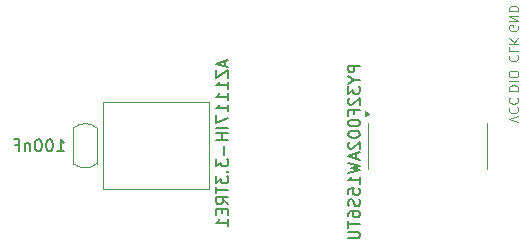
<source format=gbo>
G04 Layer: BottomSilkscreenLayer*
G04 EasyEDA Pro v2.2.27.1, 2024-09-15 10:59:50*
G04 Gerber Generator version 0.3*
G04 Scale: 100 percent, Rotated: No, Reflected: No*
G04 Dimensions in millimeters*
G04 Leading zeros omitted, absolute positions, 3 integers and 5 decimals*
%TF.GenerationSoftware,KiCad,Pcbnew,8.0.6*%
%TF.CreationDate,2024-11-16T11:12:32+08:00*%
%TF.ProjectId,PY32F002AW15S_mini_system,50593332-4630-4303-9241-573135535f6d,rev?*%
%TF.SameCoordinates,Original*%
%TF.FileFunction,Legend,Bot*%
%TF.FilePolarity,Positive*%
%FSLAX46Y46*%
G04 Gerber Fmt 4.6, Leading zero omitted, Abs format (unit mm)*
G04 Created by KiCad (PCBNEW 8.0.6) date 2024-11-16 11:12:32*
%MOMM*%
%LPD*%
G01*
G04 APERTURE LIST*
%ADD10C,0.100000*%
%ADD11C,0.150000*%
%ADD12C,0.120000*%
G04 APERTURE END LIST*
D10*
X153622009Y-104834687D02*
X153660104Y-104910877D01*
X153660104Y-104910877D02*
X153660104Y-105025163D01*
X153660104Y-105025163D02*
X153622009Y-105139449D01*
X153622009Y-105139449D02*
X153545819Y-105215639D01*
X153545819Y-105215639D02*
X153469628Y-105253734D01*
X153469628Y-105253734D02*
X153317247Y-105291830D01*
X153317247Y-105291830D02*
X153202961Y-105291830D01*
X153202961Y-105291830D02*
X153050580Y-105253734D01*
X153050580Y-105253734D02*
X152974390Y-105215639D01*
X152974390Y-105215639D02*
X152898200Y-105139449D01*
X152898200Y-105139449D02*
X152860104Y-105025163D01*
X152860104Y-105025163D02*
X152860104Y-104948972D01*
X152860104Y-104948972D02*
X152898200Y-104834687D01*
X152898200Y-104834687D02*
X152936295Y-104796591D01*
X152936295Y-104796591D02*
X153202961Y-104796591D01*
X153202961Y-104796591D02*
X153202961Y-104948972D01*
X152860104Y-104453734D02*
X153660104Y-104453734D01*
X153660104Y-104453734D02*
X152860104Y-103996591D01*
X152860104Y-103996591D02*
X153660104Y-103996591D01*
X152860104Y-103615639D02*
X153660104Y-103615639D01*
X153660104Y-103615639D02*
X153660104Y-103425163D01*
X153660104Y-103425163D02*
X153622009Y-103310877D01*
X153622009Y-103310877D02*
X153545819Y-103234687D01*
X153545819Y-103234687D02*
X153469628Y-103196592D01*
X153469628Y-103196592D02*
X153317247Y-103158496D01*
X153317247Y-103158496D02*
X153202961Y-103158496D01*
X153202961Y-103158496D02*
X153050580Y-103196592D01*
X153050580Y-103196592D02*
X152974390Y-103234687D01*
X152974390Y-103234687D02*
X152898200Y-103310877D01*
X152898200Y-103310877D02*
X152860104Y-103425163D01*
X152860104Y-103425163D02*
X152860104Y-103615639D01*
X152860104Y-110333734D02*
X153660104Y-110333734D01*
X153660104Y-110333734D02*
X153660104Y-110143258D01*
X153660104Y-110143258D02*
X153622009Y-110028972D01*
X153622009Y-110028972D02*
X153545819Y-109952782D01*
X153545819Y-109952782D02*
X153469628Y-109914687D01*
X153469628Y-109914687D02*
X153317247Y-109876591D01*
X153317247Y-109876591D02*
X153202961Y-109876591D01*
X153202961Y-109876591D02*
X153050580Y-109914687D01*
X153050580Y-109914687D02*
X152974390Y-109952782D01*
X152974390Y-109952782D02*
X152898200Y-110028972D01*
X152898200Y-110028972D02*
X152860104Y-110143258D01*
X152860104Y-110143258D02*
X152860104Y-110333734D01*
X152860104Y-109533734D02*
X153660104Y-109533734D01*
X153660104Y-109000401D02*
X153660104Y-108848020D01*
X153660104Y-108848020D02*
X153622009Y-108771830D01*
X153622009Y-108771830D02*
X153545819Y-108695639D01*
X153545819Y-108695639D02*
X153393438Y-108657544D01*
X153393438Y-108657544D02*
X153126771Y-108657544D01*
X153126771Y-108657544D02*
X152974390Y-108695639D01*
X152974390Y-108695639D02*
X152898200Y-108771830D01*
X152898200Y-108771830D02*
X152860104Y-108848020D01*
X152860104Y-108848020D02*
X152860104Y-109000401D01*
X152860104Y-109000401D02*
X152898200Y-109076592D01*
X152898200Y-109076592D02*
X152974390Y-109152782D01*
X152974390Y-109152782D02*
X153126771Y-109190878D01*
X153126771Y-109190878D02*
X153393438Y-109190878D01*
X153393438Y-109190878D02*
X153545819Y-109152782D01*
X153545819Y-109152782D02*
X153622009Y-109076592D01*
X153622009Y-109076592D02*
X153660104Y-109000401D01*
X152936295Y-107336591D02*
X152898200Y-107374687D01*
X152898200Y-107374687D02*
X152860104Y-107488972D01*
X152860104Y-107488972D02*
X152860104Y-107565163D01*
X152860104Y-107565163D02*
X152898200Y-107679449D01*
X152898200Y-107679449D02*
X152974390Y-107755639D01*
X152974390Y-107755639D02*
X153050580Y-107793734D01*
X153050580Y-107793734D02*
X153202961Y-107831830D01*
X153202961Y-107831830D02*
X153317247Y-107831830D01*
X153317247Y-107831830D02*
X153469628Y-107793734D01*
X153469628Y-107793734D02*
X153545819Y-107755639D01*
X153545819Y-107755639D02*
X153622009Y-107679449D01*
X153622009Y-107679449D02*
X153660104Y-107565163D01*
X153660104Y-107565163D02*
X153660104Y-107488972D01*
X153660104Y-107488972D02*
X153622009Y-107374687D01*
X153622009Y-107374687D02*
X153583914Y-107336591D01*
X152860104Y-106612782D02*
X152860104Y-106993734D01*
X152860104Y-106993734D02*
X153660104Y-106993734D01*
X152860104Y-106346115D02*
X153660104Y-106346115D01*
X152860104Y-105888972D02*
X153317247Y-106231830D01*
X153660104Y-105888972D02*
X153202961Y-106346115D01*
X153660104Y-112988020D02*
X152860104Y-112721353D01*
X152860104Y-112721353D02*
X153660104Y-112454687D01*
X152936295Y-111730877D02*
X152898200Y-111768973D01*
X152898200Y-111768973D02*
X152860104Y-111883258D01*
X152860104Y-111883258D02*
X152860104Y-111959449D01*
X152860104Y-111959449D02*
X152898200Y-112073735D01*
X152898200Y-112073735D02*
X152974390Y-112149925D01*
X152974390Y-112149925D02*
X153050580Y-112188020D01*
X153050580Y-112188020D02*
X153202961Y-112226116D01*
X153202961Y-112226116D02*
X153317247Y-112226116D01*
X153317247Y-112226116D02*
X153469628Y-112188020D01*
X153469628Y-112188020D02*
X153545819Y-112149925D01*
X153545819Y-112149925D02*
X153622009Y-112073735D01*
X153622009Y-112073735D02*
X153660104Y-111959449D01*
X153660104Y-111959449D02*
X153660104Y-111883258D01*
X153660104Y-111883258D02*
X153622009Y-111768973D01*
X153622009Y-111768973D02*
X153583914Y-111730877D01*
X152936295Y-110930877D02*
X152898200Y-110968973D01*
X152898200Y-110968973D02*
X152860104Y-111083258D01*
X152860104Y-111083258D02*
X152860104Y-111159449D01*
X152860104Y-111159449D02*
X152898200Y-111273735D01*
X152898200Y-111273735D02*
X152974390Y-111349925D01*
X152974390Y-111349925D02*
X153050580Y-111388020D01*
X153050580Y-111388020D02*
X153202961Y-111426116D01*
X153202961Y-111426116D02*
X153317247Y-111426116D01*
X153317247Y-111426116D02*
X153469628Y-111388020D01*
X153469628Y-111388020D02*
X153545819Y-111349925D01*
X153545819Y-111349925D02*
X153622009Y-111273735D01*
X153622009Y-111273735D02*
X153660104Y-111159449D01*
X153660104Y-111159449D02*
X153660104Y-111083258D01*
X153660104Y-111083258D02*
X153622009Y-110968973D01*
X153622009Y-110968973D02*
X153583914Y-110930877D01*
D11*
X128819104Y-107800000D02*
X128819104Y-108276190D01*
X129104819Y-107704762D02*
X128104819Y-108038095D01*
X128104819Y-108038095D02*
X129104819Y-108371428D01*
X128104819Y-108609524D02*
X128104819Y-109276190D01*
X128104819Y-109276190D02*
X129104819Y-108609524D01*
X129104819Y-108609524D02*
X129104819Y-109276190D01*
X129104819Y-110180952D02*
X129104819Y-109609524D01*
X129104819Y-109895238D02*
X128104819Y-109895238D01*
X128104819Y-109895238D02*
X128247676Y-109800000D01*
X128247676Y-109800000D02*
X128342914Y-109704762D01*
X128342914Y-109704762D02*
X128390533Y-109609524D01*
X129104819Y-111133333D02*
X129104819Y-110561905D01*
X129104819Y-110847619D02*
X128104819Y-110847619D01*
X128104819Y-110847619D02*
X128247676Y-110752381D01*
X128247676Y-110752381D02*
X128342914Y-110657143D01*
X128342914Y-110657143D02*
X128390533Y-110561905D01*
X129104819Y-112085714D02*
X129104819Y-111514286D01*
X129104819Y-111800000D02*
X128104819Y-111800000D01*
X128104819Y-111800000D02*
X128247676Y-111704762D01*
X128247676Y-111704762D02*
X128342914Y-111609524D01*
X128342914Y-111609524D02*
X128390533Y-111514286D01*
X128104819Y-112419048D02*
X128104819Y-113085714D01*
X128104819Y-113085714D02*
X129104819Y-112657143D01*
X129104819Y-113466667D02*
X128104819Y-113466667D01*
X129104819Y-113942857D02*
X128104819Y-113942857D01*
X128581009Y-113942857D02*
X128581009Y-114514285D01*
X129104819Y-114514285D02*
X128104819Y-114514285D01*
X128723866Y-114990476D02*
X128723866Y-115752381D01*
X128104819Y-116133333D02*
X128104819Y-116752380D01*
X128104819Y-116752380D02*
X128485771Y-116419047D01*
X128485771Y-116419047D02*
X128485771Y-116561904D01*
X128485771Y-116561904D02*
X128533390Y-116657142D01*
X128533390Y-116657142D02*
X128581009Y-116704761D01*
X128581009Y-116704761D02*
X128676247Y-116752380D01*
X128676247Y-116752380D02*
X128914342Y-116752380D01*
X128914342Y-116752380D02*
X129009580Y-116704761D01*
X129009580Y-116704761D02*
X129057200Y-116657142D01*
X129057200Y-116657142D02*
X129104819Y-116561904D01*
X129104819Y-116561904D02*
X129104819Y-116276190D01*
X129104819Y-116276190D02*
X129057200Y-116180952D01*
X129057200Y-116180952D02*
X129009580Y-116133333D01*
X129009580Y-117180952D02*
X129057200Y-117228571D01*
X129057200Y-117228571D02*
X129104819Y-117180952D01*
X129104819Y-117180952D02*
X129057200Y-117133333D01*
X129057200Y-117133333D02*
X129009580Y-117180952D01*
X129009580Y-117180952D02*
X129104819Y-117180952D01*
X128104819Y-117561904D02*
X128104819Y-118180951D01*
X128104819Y-118180951D02*
X128485771Y-117847618D01*
X128485771Y-117847618D02*
X128485771Y-117990475D01*
X128485771Y-117990475D02*
X128533390Y-118085713D01*
X128533390Y-118085713D02*
X128581009Y-118133332D01*
X128581009Y-118133332D02*
X128676247Y-118180951D01*
X128676247Y-118180951D02*
X128914342Y-118180951D01*
X128914342Y-118180951D02*
X129009580Y-118133332D01*
X129009580Y-118133332D02*
X129057200Y-118085713D01*
X129057200Y-118085713D02*
X129104819Y-117990475D01*
X129104819Y-117990475D02*
X129104819Y-117704761D01*
X129104819Y-117704761D02*
X129057200Y-117609523D01*
X129057200Y-117609523D02*
X129009580Y-117561904D01*
X128104819Y-118466666D02*
X128104819Y-119038094D01*
X129104819Y-118752380D02*
X128104819Y-118752380D01*
X129104819Y-119942856D02*
X128628628Y-119609523D01*
X129104819Y-119371428D02*
X128104819Y-119371428D01*
X128104819Y-119371428D02*
X128104819Y-119752380D01*
X128104819Y-119752380D02*
X128152438Y-119847618D01*
X128152438Y-119847618D02*
X128200057Y-119895237D01*
X128200057Y-119895237D02*
X128295295Y-119942856D01*
X128295295Y-119942856D02*
X128438152Y-119942856D01*
X128438152Y-119942856D02*
X128533390Y-119895237D01*
X128533390Y-119895237D02*
X128581009Y-119847618D01*
X128581009Y-119847618D02*
X128628628Y-119752380D01*
X128628628Y-119752380D02*
X128628628Y-119371428D01*
X128581009Y-120371428D02*
X128581009Y-120704761D01*
X129104819Y-120847618D02*
X129104819Y-120371428D01*
X129104819Y-120371428D02*
X128104819Y-120371428D01*
X128104819Y-120371428D02*
X128104819Y-120847618D01*
X129104819Y-121799999D02*
X129104819Y-121228571D01*
X129104819Y-121514285D02*
X128104819Y-121514285D01*
X128104819Y-121514285D02*
X128247676Y-121419047D01*
X128247676Y-121419047D02*
X128342914Y-121323809D01*
X128342914Y-121323809D02*
X128390533Y-121228571D01*
X140254819Y-108210476D02*
X139254819Y-108210476D01*
X139254819Y-108210476D02*
X139254819Y-108591428D01*
X139254819Y-108591428D02*
X139302438Y-108686666D01*
X139302438Y-108686666D02*
X139350057Y-108734285D01*
X139350057Y-108734285D02*
X139445295Y-108781904D01*
X139445295Y-108781904D02*
X139588152Y-108781904D01*
X139588152Y-108781904D02*
X139683390Y-108734285D01*
X139683390Y-108734285D02*
X139731009Y-108686666D01*
X139731009Y-108686666D02*
X139778628Y-108591428D01*
X139778628Y-108591428D02*
X139778628Y-108210476D01*
X139778628Y-109400952D02*
X140254819Y-109400952D01*
X139254819Y-109067619D02*
X139778628Y-109400952D01*
X139778628Y-109400952D02*
X139254819Y-109734285D01*
X139254819Y-109972381D02*
X139254819Y-110591428D01*
X139254819Y-110591428D02*
X139635771Y-110258095D01*
X139635771Y-110258095D02*
X139635771Y-110400952D01*
X139635771Y-110400952D02*
X139683390Y-110496190D01*
X139683390Y-110496190D02*
X139731009Y-110543809D01*
X139731009Y-110543809D02*
X139826247Y-110591428D01*
X139826247Y-110591428D02*
X140064342Y-110591428D01*
X140064342Y-110591428D02*
X140159580Y-110543809D01*
X140159580Y-110543809D02*
X140207200Y-110496190D01*
X140207200Y-110496190D02*
X140254819Y-110400952D01*
X140254819Y-110400952D02*
X140254819Y-110115238D01*
X140254819Y-110115238D02*
X140207200Y-110020000D01*
X140207200Y-110020000D02*
X140159580Y-109972381D01*
X139350057Y-110972381D02*
X139302438Y-111020000D01*
X139302438Y-111020000D02*
X139254819Y-111115238D01*
X139254819Y-111115238D02*
X139254819Y-111353333D01*
X139254819Y-111353333D02*
X139302438Y-111448571D01*
X139302438Y-111448571D02*
X139350057Y-111496190D01*
X139350057Y-111496190D02*
X139445295Y-111543809D01*
X139445295Y-111543809D02*
X139540533Y-111543809D01*
X139540533Y-111543809D02*
X139683390Y-111496190D01*
X139683390Y-111496190D02*
X140254819Y-110924762D01*
X140254819Y-110924762D02*
X140254819Y-111543809D01*
X139731009Y-112305714D02*
X139731009Y-111972381D01*
X140254819Y-111972381D02*
X139254819Y-111972381D01*
X139254819Y-111972381D02*
X139254819Y-112448571D01*
X139254819Y-113020000D02*
X139254819Y-113115238D01*
X139254819Y-113115238D02*
X139302438Y-113210476D01*
X139302438Y-113210476D02*
X139350057Y-113258095D01*
X139350057Y-113258095D02*
X139445295Y-113305714D01*
X139445295Y-113305714D02*
X139635771Y-113353333D01*
X139635771Y-113353333D02*
X139873866Y-113353333D01*
X139873866Y-113353333D02*
X140064342Y-113305714D01*
X140064342Y-113305714D02*
X140159580Y-113258095D01*
X140159580Y-113258095D02*
X140207200Y-113210476D01*
X140207200Y-113210476D02*
X140254819Y-113115238D01*
X140254819Y-113115238D02*
X140254819Y-113020000D01*
X140254819Y-113020000D02*
X140207200Y-112924762D01*
X140207200Y-112924762D02*
X140159580Y-112877143D01*
X140159580Y-112877143D02*
X140064342Y-112829524D01*
X140064342Y-112829524D02*
X139873866Y-112781905D01*
X139873866Y-112781905D02*
X139635771Y-112781905D01*
X139635771Y-112781905D02*
X139445295Y-112829524D01*
X139445295Y-112829524D02*
X139350057Y-112877143D01*
X139350057Y-112877143D02*
X139302438Y-112924762D01*
X139302438Y-112924762D02*
X139254819Y-113020000D01*
X139254819Y-113972381D02*
X139254819Y-114067619D01*
X139254819Y-114067619D02*
X139302438Y-114162857D01*
X139302438Y-114162857D02*
X139350057Y-114210476D01*
X139350057Y-114210476D02*
X139445295Y-114258095D01*
X139445295Y-114258095D02*
X139635771Y-114305714D01*
X139635771Y-114305714D02*
X139873866Y-114305714D01*
X139873866Y-114305714D02*
X140064342Y-114258095D01*
X140064342Y-114258095D02*
X140159580Y-114210476D01*
X140159580Y-114210476D02*
X140207200Y-114162857D01*
X140207200Y-114162857D02*
X140254819Y-114067619D01*
X140254819Y-114067619D02*
X140254819Y-113972381D01*
X140254819Y-113972381D02*
X140207200Y-113877143D01*
X140207200Y-113877143D02*
X140159580Y-113829524D01*
X140159580Y-113829524D02*
X140064342Y-113781905D01*
X140064342Y-113781905D02*
X139873866Y-113734286D01*
X139873866Y-113734286D02*
X139635771Y-113734286D01*
X139635771Y-113734286D02*
X139445295Y-113781905D01*
X139445295Y-113781905D02*
X139350057Y-113829524D01*
X139350057Y-113829524D02*
X139302438Y-113877143D01*
X139302438Y-113877143D02*
X139254819Y-113972381D01*
X139350057Y-114686667D02*
X139302438Y-114734286D01*
X139302438Y-114734286D02*
X139254819Y-114829524D01*
X139254819Y-114829524D02*
X139254819Y-115067619D01*
X139254819Y-115067619D02*
X139302438Y-115162857D01*
X139302438Y-115162857D02*
X139350057Y-115210476D01*
X139350057Y-115210476D02*
X139445295Y-115258095D01*
X139445295Y-115258095D02*
X139540533Y-115258095D01*
X139540533Y-115258095D02*
X139683390Y-115210476D01*
X139683390Y-115210476D02*
X140254819Y-114639048D01*
X140254819Y-114639048D02*
X140254819Y-115258095D01*
X139969104Y-115639048D02*
X139969104Y-116115238D01*
X140254819Y-115543810D02*
X139254819Y-115877143D01*
X139254819Y-115877143D02*
X140254819Y-116210476D01*
X139254819Y-116448572D02*
X140254819Y-116686667D01*
X140254819Y-116686667D02*
X139540533Y-116877143D01*
X139540533Y-116877143D02*
X140254819Y-117067619D01*
X140254819Y-117067619D02*
X139254819Y-117305715D01*
X140254819Y-118210476D02*
X140254819Y-117639048D01*
X140254819Y-117924762D02*
X139254819Y-117924762D01*
X139254819Y-117924762D02*
X139397676Y-117829524D01*
X139397676Y-117829524D02*
X139492914Y-117734286D01*
X139492914Y-117734286D02*
X139540533Y-117639048D01*
X139254819Y-119115238D02*
X139254819Y-118639048D01*
X139254819Y-118639048D02*
X139731009Y-118591429D01*
X139731009Y-118591429D02*
X139683390Y-118639048D01*
X139683390Y-118639048D02*
X139635771Y-118734286D01*
X139635771Y-118734286D02*
X139635771Y-118972381D01*
X139635771Y-118972381D02*
X139683390Y-119067619D01*
X139683390Y-119067619D02*
X139731009Y-119115238D01*
X139731009Y-119115238D02*
X139826247Y-119162857D01*
X139826247Y-119162857D02*
X140064342Y-119162857D01*
X140064342Y-119162857D02*
X140159580Y-119115238D01*
X140159580Y-119115238D02*
X140207200Y-119067619D01*
X140207200Y-119067619D02*
X140254819Y-118972381D01*
X140254819Y-118972381D02*
X140254819Y-118734286D01*
X140254819Y-118734286D02*
X140207200Y-118639048D01*
X140207200Y-118639048D02*
X140159580Y-118591429D01*
X140207200Y-119543810D02*
X140254819Y-119686667D01*
X140254819Y-119686667D02*
X140254819Y-119924762D01*
X140254819Y-119924762D02*
X140207200Y-120020000D01*
X140207200Y-120020000D02*
X140159580Y-120067619D01*
X140159580Y-120067619D02*
X140064342Y-120115238D01*
X140064342Y-120115238D02*
X139969104Y-120115238D01*
X139969104Y-120115238D02*
X139873866Y-120067619D01*
X139873866Y-120067619D02*
X139826247Y-120020000D01*
X139826247Y-120020000D02*
X139778628Y-119924762D01*
X139778628Y-119924762D02*
X139731009Y-119734286D01*
X139731009Y-119734286D02*
X139683390Y-119639048D01*
X139683390Y-119639048D02*
X139635771Y-119591429D01*
X139635771Y-119591429D02*
X139540533Y-119543810D01*
X139540533Y-119543810D02*
X139445295Y-119543810D01*
X139445295Y-119543810D02*
X139350057Y-119591429D01*
X139350057Y-119591429D02*
X139302438Y-119639048D01*
X139302438Y-119639048D02*
X139254819Y-119734286D01*
X139254819Y-119734286D02*
X139254819Y-119972381D01*
X139254819Y-119972381D02*
X139302438Y-120115238D01*
X139254819Y-120972381D02*
X139254819Y-120781905D01*
X139254819Y-120781905D02*
X139302438Y-120686667D01*
X139302438Y-120686667D02*
X139350057Y-120639048D01*
X139350057Y-120639048D02*
X139492914Y-120543810D01*
X139492914Y-120543810D02*
X139683390Y-120496191D01*
X139683390Y-120496191D02*
X140064342Y-120496191D01*
X140064342Y-120496191D02*
X140159580Y-120543810D01*
X140159580Y-120543810D02*
X140207200Y-120591429D01*
X140207200Y-120591429D02*
X140254819Y-120686667D01*
X140254819Y-120686667D02*
X140254819Y-120877143D01*
X140254819Y-120877143D02*
X140207200Y-120972381D01*
X140207200Y-120972381D02*
X140159580Y-121020000D01*
X140159580Y-121020000D02*
X140064342Y-121067619D01*
X140064342Y-121067619D02*
X139826247Y-121067619D01*
X139826247Y-121067619D02*
X139731009Y-121020000D01*
X139731009Y-121020000D02*
X139683390Y-120972381D01*
X139683390Y-120972381D02*
X139635771Y-120877143D01*
X139635771Y-120877143D02*
X139635771Y-120686667D01*
X139635771Y-120686667D02*
X139683390Y-120591429D01*
X139683390Y-120591429D02*
X139731009Y-120543810D01*
X139731009Y-120543810D02*
X139826247Y-120496191D01*
X139254819Y-121353334D02*
X139254819Y-121924762D01*
X140254819Y-121639048D02*
X139254819Y-121639048D01*
X139254819Y-122258096D02*
X140064342Y-122258096D01*
X140064342Y-122258096D02*
X140159580Y-122305715D01*
X140159580Y-122305715D02*
X140207200Y-122353334D01*
X140207200Y-122353334D02*
X140254819Y-122448572D01*
X140254819Y-122448572D02*
X140254819Y-122639048D01*
X140254819Y-122639048D02*
X140207200Y-122734286D01*
X140207200Y-122734286D02*
X140159580Y-122781905D01*
X140159580Y-122781905D02*
X140064342Y-122829524D01*
X140064342Y-122829524D02*
X139254819Y-122829524D01*
X114647619Y-115454819D02*
X115219047Y-115454819D01*
X114933333Y-115454819D02*
X114933333Y-114454819D01*
X114933333Y-114454819D02*
X115028571Y-114597676D01*
X115028571Y-114597676D02*
X115123809Y-114692914D01*
X115123809Y-114692914D02*
X115219047Y-114740533D01*
X114028571Y-114454819D02*
X113933333Y-114454819D01*
X113933333Y-114454819D02*
X113838095Y-114502438D01*
X113838095Y-114502438D02*
X113790476Y-114550057D01*
X113790476Y-114550057D02*
X113742857Y-114645295D01*
X113742857Y-114645295D02*
X113695238Y-114835771D01*
X113695238Y-114835771D02*
X113695238Y-115073866D01*
X113695238Y-115073866D02*
X113742857Y-115264342D01*
X113742857Y-115264342D02*
X113790476Y-115359580D01*
X113790476Y-115359580D02*
X113838095Y-115407200D01*
X113838095Y-115407200D02*
X113933333Y-115454819D01*
X113933333Y-115454819D02*
X114028571Y-115454819D01*
X114028571Y-115454819D02*
X114123809Y-115407200D01*
X114123809Y-115407200D02*
X114171428Y-115359580D01*
X114171428Y-115359580D02*
X114219047Y-115264342D01*
X114219047Y-115264342D02*
X114266666Y-115073866D01*
X114266666Y-115073866D02*
X114266666Y-114835771D01*
X114266666Y-114835771D02*
X114219047Y-114645295D01*
X114219047Y-114645295D02*
X114171428Y-114550057D01*
X114171428Y-114550057D02*
X114123809Y-114502438D01*
X114123809Y-114502438D02*
X114028571Y-114454819D01*
X113076190Y-114454819D02*
X112980952Y-114454819D01*
X112980952Y-114454819D02*
X112885714Y-114502438D01*
X112885714Y-114502438D02*
X112838095Y-114550057D01*
X112838095Y-114550057D02*
X112790476Y-114645295D01*
X112790476Y-114645295D02*
X112742857Y-114835771D01*
X112742857Y-114835771D02*
X112742857Y-115073866D01*
X112742857Y-115073866D02*
X112790476Y-115264342D01*
X112790476Y-115264342D02*
X112838095Y-115359580D01*
X112838095Y-115359580D02*
X112885714Y-115407200D01*
X112885714Y-115407200D02*
X112980952Y-115454819D01*
X112980952Y-115454819D02*
X113076190Y-115454819D01*
X113076190Y-115454819D02*
X113171428Y-115407200D01*
X113171428Y-115407200D02*
X113219047Y-115359580D01*
X113219047Y-115359580D02*
X113266666Y-115264342D01*
X113266666Y-115264342D02*
X113314285Y-115073866D01*
X113314285Y-115073866D02*
X113314285Y-114835771D01*
X113314285Y-114835771D02*
X113266666Y-114645295D01*
X113266666Y-114645295D02*
X113219047Y-114550057D01*
X113219047Y-114550057D02*
X113171428Y-114502438D01*
X113171428Y-114502438D02*
X113076190Y-114454819D01*
X112314285Y-114788152D02*
X112314285Y-115454819D01*
X112314285Y-114883390D02*
X112266666Y-114835771D01*
X112266666Y-114835771D02*
X112171428Y-114788152D01*
X112171428Y-114788152D02*
X112028571Y-114788152D01*
X112028571Y-114788152D02*
X111933333Y-114835771D01*
X111933333Y-114835771D02*
X111885714Y-114931009D01*
X111885714Y-114931009D02*
X111885714Y-115454819D01*
X111076190Y-114931009D02*
X111409523Y-114931009D01*
X111409523Y-115454819D02*
X111409523Y-114454819D01*
X111409523Y-114454819D02*
X110933333Y-114454819D01*
D12*
%TO.C,U1*%
X118500000Y-111300000D02*
X127500000Y-111300000D01*
X118500000Y-118700000D02*
X118500000Y-111300000D01*
X127500000Y-111300000D02*
X127500000Y-118700000D01*
X127500000Y-118700000D02*
X118500000Y-118700000D01*
%TO.C,U2*%
X140940000Y-113050000D02*
X140940000Y-115000000D01*
X140940000Y-116950000D02*
X140940000Y-115000000D01*
X151060000Y-113050000D02*
X151060000Y-115000000D01*
X151060000Y-116950000D02*
X151060000Y-115000000D01*
X140995000Y-112275000D02*
X140665000Y-112515000D01*
X140665000Y-112035000D01*
X140995000Y-112275000D01*
G36*
X140995000Y-112275000D02*
G01*
X140665000Y-112515000D01*
X140665000Y-112035000D01*
X140995000Y-112275000D01*
G37*
%TO.C,C3*%
X116000000Y-113500000D02*
X116000000Y-116500000D01*
X118000000Y-116500000D02*
X118000000Y-113500000D01*
X116000000Y-113500000D02*
G75*
G02*
X118000000Y-113500000I1000000J-1122254D01*
G01*
X118000000Y-116500000D02*
G75*
G02*
X116000000Y-116500000I-1000000J1122254D01*
G01*
%TD*%
M02*

</source>
